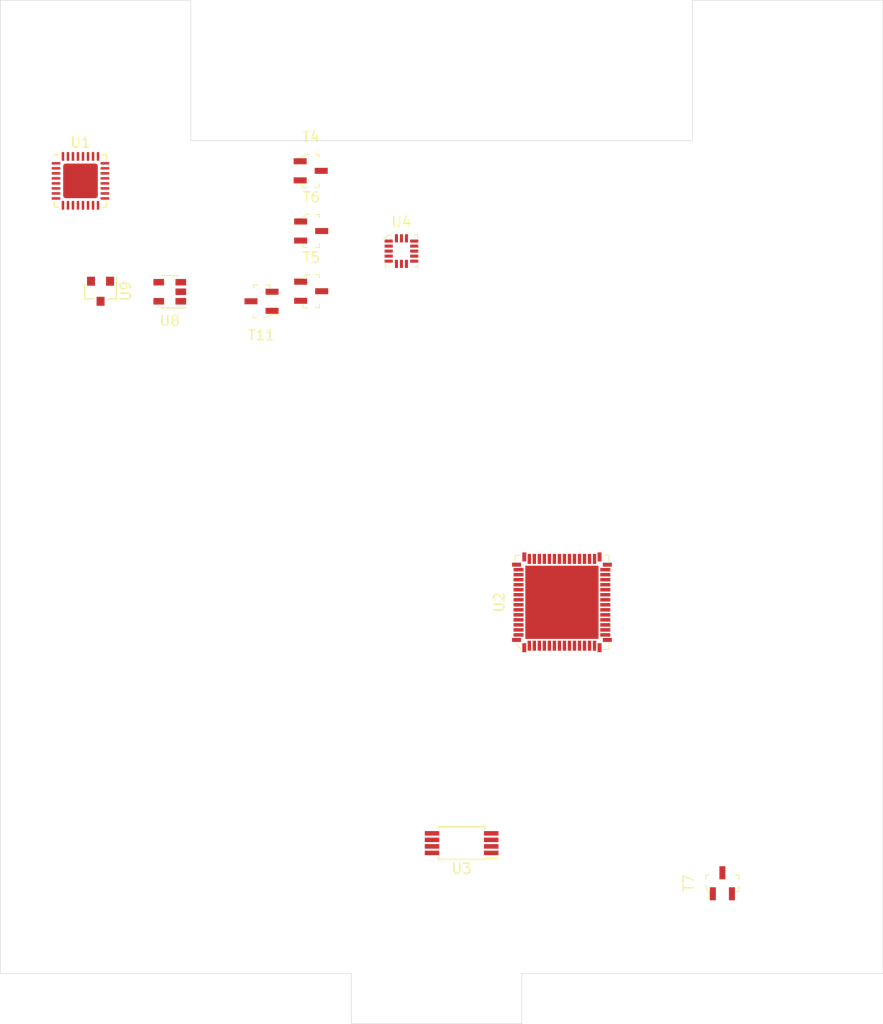
<source format=kicad_pcb>
(kicad_pcb (version 20171130) (host pcbnew 5.1.5)

  (general
    (thickness 1.6)
    (drawings 12)
    (tracks 0)
    (zones 0)
    (modules 11)
    (nets 133)
  )

  (page A4)
  (layers
    (0 F.Cu signal)
    (31 B.Cu signal)
    (32 B.Adhes user)
    (33 F.Adhes user)
    (34 B.Paste user)
    (35 F.Paste user)
    (36 B.SilkS user)
    (37 F.SilkS user)
    (38 B.Mask user)
    (39 F.Mask user)
    (40 Dwgs.User user)
    (41 Cmts.User user)
    (42 Eco1.User user)
    (43 Eco2.User user)
    (44 Edge.Cuts user)
    (45 Margin user)
    (46 B.CrtYd user)
    (47 F.CrtYd user)
    (48 B.Fab user)
    (49 F.Fab user)
  )

  (setup
    (last_trace_width 0.25)
    (trace_clearance 0.2)
    (zone_clearance 0.508)
    (zone_45_only no)
    (trace_min 0.2)
    (via_size 0.8)
    (via_drill 0.4)
    (via_min_size 0.4)
    (via_min_drill 0.3)
    (uvia_size 0.3)
    (uvia_drill 0.1)
    (uvias_allowed no)
    (uvia_min_size 0.2)
    (uvia_min_drill 0.1)
    (edge_width 0.05)
    (segment_width 0.2)
    (pcb_text_width 0.3)
    (pcb_text_size 1.5 1.5)
    (mod_edge_width 0.12)
    (mod_text_size 1 1)
    (mod_text_width 0.15)
    (pad_size 1.524 1.524)
    (pad_drill 0.762)
    (pad_to_mask_clearance 0.051)
    (solder_mask_min_width 0.25)
    (aux_axis_origin 0 0)
    (visible_elements FFFFFF7F)
    (pcbplotparams
      (layerselection 0x010fc_ffffffff)
      (usegerberextensions false)
      (usegerberattributes false)
      (usegerberadvancedattributes false)
      (creategerberjobfile false)
      (excludeedgelayer true)
      (linewidth 0.100000)
      (plotframeref false)
      (viasonmask false)
      (mode 1)
      (useauxorigin false)
      (hpglpennumber 1)
      (hpglpenspeed 20)
      (hpglpendiameter 15.000000)
      (psnegative false)
      (psa4output false)
      (plotreference true)
      (plotvalue true)
      (plotinvisibletext false)
      (padsonsilk false)
      (subtractmaskfromsilk false)
      (outputformat 1)
      (mirror false)
      (drillshape 1)
      (scaleselection 1)
      (outputdirectory ""))
  )

  (net 0 "")
  (net 1 "Net-(U3-Pad8)")
  (net 2 /TBC2)
  (net 3 "Net-(U3-Pad6)")
  (net 4 "Net-(U3-Pad5)")
  (net 5 "Net-(U3-Pad4)")
  (net 6 "Net-(TP9-Pad1)")
  (net 7 "Net-(U3-Pad1)")
  (net 8 VDD)
  (net 9 "Net-(U8-Pad4)")
  (net 10 /TBC3)
  (net 11 "Net-(U8-Pad2)")
  (net 12 "Net-(U8-Pad1)")
  (net 13 "Net-(U9-Pad3)")
  (net 14 "Net-(U9-Pad2)")
  (net 15 "Net-(U9-Pad1)")
  (net 16 "Net-(U4-Pad16)")
  (net 17 "Net-(U4-Pad15)")
  (net 18 "Net-(U4-Pad13)")
  (net 19 "Net-(U4-Pad12)")
  (net 20 "Net-(U4-Pad11)")
  (net 21 "Net-(U4-Pad10)")
  (net 22 "Net-(U4-Pad8)")
  (net 23 "Net-(U4-Pad7)")
  (net 24 "Net-(U4-Pad5)")
  (net 25 "Net-(U4-Pad4)")
  (net 26 "Net-(U4-Pad3)")
  (net 27 "Net-(U4-Pad2)")
  (net 28 "Net-(U4-Pad6)")
  (net 29 "Net-(U4-Pad9)")
  (net 30 "Net-(U4-Pad14)")
  (net 31 "Net-(U1-Pad32)")
  (net 32 "Net-(R4-Pad1)")
  (net 33 "Net-(U1-Pad30)")
  (net 34 "Net-(U1-Pad29)")
  (net 35 "Net-(U1-Pad28)")
  (net 36 "Net-(U1-Pad27)")
  (net 37 "Net-(U1-Pad26)")
  (net 38 "Net-(U1-Pad25)")
  (net 39 "Net-(U1-Pad24)")
  (net 40 "Net-(U1-Pad23)")
  (net 41 "Net-(U1-Pad22)")
  (net 42 "Net-(U1-Pad21)")
  (net 43 "Net-(U1-Pad20)")
  (net 44 "Net-(U1-Pad19)")
  (net 45 "Net-(U1-Pad18)")
  (net 46 "Net-(U1-Pad17)")
  (net 47 "Net-(U1-Pad16)")
  (net 48 "Net-(U1-Pad15)")
  (net 49 "Net-(U1-Pad14)")
  (net 50 "Net-(U1-Pad13)")
  (net 51 "Net-(U1-Pad12)")
  (net 52 "Net-(U1-Pad11)")
  (net 53 "Net-(U1-Pad10)")
  (net 54 "Net-(U1-Pad9)")
  (net 55 "Net-(U1-Pad8)")
  (net 56 "Net-(U1-Pad7)")
  (net 57 "Net-(U1-Pad6)")
  (net 58 "Net-(U1-Pad5)")
  (net 59 "Net-(U1-Pad4)")
  (net 60 "Net-(U1-Pad3)")
  (net 61 GND)
  (net 62 "Net-(U2-Pad65)")
  (net 63 "Net-(U2-Pad64)")
  (net 64 "Net-(U2-Pad63)")
  (net 65 "Net-(U2-Pad62)")
  (net 66 "Net-(U2-Pad60)")
  (net 67 "Net-(U2-Pad59)")
  (net 68 "Net-(U2-Pad58)")
  (net 69 /RX)
  (net 70 "Net-(U2-Pad56)")
  (net 71 /TX)
  (net 72 "Net-(U2-Pad53)")
  (net 73 "Net-(U2-Pad54)")
  (net 74 "Net-(U2-Pad52)")
  (net 75 "Net-(U2-Pad51)")
  (net 76 "Net-(U2-Pad50)")
  (net 77 "Net-(U2-Pad49)")
  (net 78 "Net-(U2-Pad48)")
  (net 79 "Net-(U2-Pad47)")
  (net 80 "Net-(U2-Pad46)")
  (net 81 /TBC1)
  (net 82 "Net-(U2-Pad44)")
  (net 83 "Net-(U2-Pad43)")
  (net 84 "Net-(U2-Pad42)")
  (net 85 "Net-(U2-Pad41)")
  (net 86 "Net-(U2-Pad40)")
  (net 87 "Net-(U2-Pad39)")
  (net 88 "Net-(U2-Pad38)")
  (net 89 "Net-(U2-Pad37)")
  (net 90 "Net-(U2-Pad36)")
  (net 91 "Net-(U2-Pad33)")
  (net 92 "Net-(R12-Pad2)")
  (net 93 "Net-(R11-Pad2)")
  (net 94 /~RST)
  (net 95 "Net-(U2-Pad31)")
  (net 96 "Net-(U2-Pad30)")
  (net 97 "Net-(U2-Pad29)")
  (net 98 "Net-(U2-Pad28)")
  (net 99 "Net-(U2-Pad27)")
  (net 100 "Net-(U2-Pad26)")
  (net 101 "Net-(U2-Pad25)")
  (net 102 /BLUE_LED_EN)
  (net 103 "Net-(U2-Pad18)")
  (net 104 /TCK_RED_LED_EN)
  (net 105 /TMS)
  (net 106 "Net-(P?1-Pad9)")
  (net 107 "Net-(U2-Pad22)")
  (net 108 "Net-(U2-Pad23)")
  (net 109 "Net-(U2-Pad24)")
  (net 110 "Net-(U2-Pad16)")
  (net 111 "Net-(U2-Pad15)")
  (net 112 "Net-(U2-Pad14)")
  (net 113 "Net-(U2-Pad13)")
  (net 114 "Net-(U2-Pad12)")
  (net 115 "Net-(U2-Pad11)")
  (net 116 "Net-(U2-Pad10)")
  (net 117 "Net-(U2-Pad9)")
  (net 118 "Net-(U2-Pad1)")
  (net 119 "Net-(U2-Pad2)")
  (net 120 "Net-(U2-Pad3)")
  (net 121 "Net-(U2-Pad4)")
  (net 122 "Net-(U2-Pad5)")
  (net 123 "Net-(U2-Pad6)")
  (net 124 "Net-(U2-Pad7)")
  (net 125 "Net-(U2-Pad8)")
  (net 126 "Net-(R350-Pad1)")
  (net 127 "Net-(R351-Pad1)")
  (net 128 "Net-(R61-Pad2)")
  (net 129 /GREEN_LED_EN)
  (net 130 "Net-(R62-Pad2)")
  (net 131 "Net-(R353-Pad1)")
  (net 132 "Net-(R65-Pad2)")

  (net_class Default "This is the default net class."
    (clearance 0.2)
    (trace_width 0.25)
    (via_dia 0.8)
    (via_drill 0.4)
    (uvia_dia 0.3)
    (uvia_drill 0.1)
    (add_net /BLUE_LED_EN)
    (add_net /GREEN_LED_EN)
    (add_net /RX)
    (add_net /TBC1)
    (add_net /TBC2)
    (add_net /TBC3)
    (add_net /TCK_RED_LED_EN)
    (add_net /TMS)
    (add_net /TX)
    (add_net /~RST)
    (add_net GND)
    (add_net "Net-(P?1-Pad9)")
    (add_net "Net-(R11-Pad2)")
    (add_net "Net-(R12-Pad2)")
    (add_net "Net-(R350-Pad1)")
    (add_net "Net-(R351-Pad1)")
    (add_net "Net-(R353-Pad1)")
    (add_net "Net-(R4-Pad1)")
    (add_net "Net-(R61-Pad2)")
    (add_net "Net-(R62-Pad2)")
    (add_net "Net-(R65-Pad2)")
    (add_net "Net-(TP9-Pad1)")
    (add_net "Net-(U1-Pad10)")
    (add_net "Net-(U1-Pad11)")
    (add_net "Net-(U1-Pad12)")
    (add_net "Net-(U1-Pad13)")
    (add_net "Net-(U1-Pad14)")
    (add_net "Net-(U1-Pad15)")
    (add_net "Net-(U1-Pad16)")
    (add_net "Net-(U1-Pad17)")
    (add_net "Net-(U1-Pad18)")
    (add_net "Net-(U1-Pad19)")
    (add_net "Net-(U1-Pad20)")
    (add_net "Net-(U1-Pad21)")
    (add_net "Net-(U1-Pad22)")
    (add_net "Net-(U1-Pad23)")
    (add_net "Net-(U1-Pad24)")
    (add_net "Net-(U1-Pad25)")
    (add_net "Net-(U1-Pad26)")
    (add_net "Net-(U1-Pad27)")
    (add_net "Net-(U1-Pad28)")
    (add_net "Net-(U1-Pad29)")
    (add_net "Net-(U1-Pad3)")
    (add_net "Net-(U1-Pad30)")
    (add_net "Net-(U1-Pad32)")
    (add_net "Net-(U1-Pad4)")
    (add_net "Net-(U1-Pad5)")
    (add_net "Net-(U1-Pad6)")
    (add_net "Net-(U1-Pad7)")
    (add_net "Net-(U1-Pad8)")
    (add_net "Net-(U1-Pad9)")
    (add_net "Net-(U2-Pad1)")
    (add_net "Net-(U2-Pad10)")
    (add_net "Net-(U2-Pad11)")
    (add_net "Net-(U2-Pad12)")
    (add_net "Net-(U2-Pad13)")
    (add_net "Net-(U2-Pad14)")
    (add_net "Net-(U2-Pad15)")
    (add_net "Net-(U2-Pad16)")
    (add_net "Net-(U2-Pad18)")
    (add_net "Net-(U2-Pad2)")
    (add_net "Net-(U2-Pad22)")
    (add_net "Net-(U2-Pad23)")
    (add_net "Net-(U2-Pad24)")
    (add_net "Net-(U2-Pad25)")
    (add_net "Net-(U2-Pad26)")
    (add_net "Net-(U2-Pad27)")
    (add_net "Net-(U2-Pad28)")
    (add_net "Net-(U2-Pad29)")
    (add_net "Net-(U2-Pad3)")
    (add_net "Net-(U2-Pad30)")
    (add_net "Net-(U2-Pad31)")
    (add_net "Net-(U2-Pad33)")
    (add_net "Net-(U2-Pad36)")
    (add_net "Net-(U2-Pad37)")
    (add_net "Net-(U2-Pad38)")
    (add_net "Net-(U2-Pad39)")
    (add_net "Net-(U2-Pad4)")
    (add_net "Net-(U2-Pad40)")
    (add_net "Net-(U2-Pad41)")
    (add_net "Net-(U2-Pad42)")
    (add_net "Net-(U2-Pad43)")
    (add_net "Net-(U2-Pad44)")
    (add_net "Net-(U2-Pad46)")
    (add_net "Net-(U2-Pad47)")
    (add_net "Net-(U2-Pad48)")
    (add_net "Net-(U2-Pad49)")
    (add_net "Net-(U2-Pad5)")
    (add_net "Net-(U2-Pad50)")
    (add_net "Net-(U2-Pad51)")
    (add_net "Net-(U2-Pad52)")
    (add_net "Net-(U2-Pad53)")
    (add_net "Net-(U2-Pad54)")
    (add_net "Net-(U2-Pad56)")
    (add_net "Net-(U2-Pad58)")
    (add_net "Net-(U2-Pad59)")
    (add_net "Net-(U2-Pad6)")
    (add_net "Net-(U2-Pad60)")
    (add_net "Net-(U2-Pad62)")
    (add_net "Net-(U2-Pad63)")
    (add_net "Net-(U2-Pad64)")
    (add_net "Net-(U2-Pad65)")
    (add_net "Net-(U2-Pad7)")
    (add_net "Net-(U2-Pad8)")
    (add_net "Net-(U2-Pad9)")
    (add_net "Net-(U3-Pad1)")
    (add_net "Net-(U3-Pad4)")
    (add_net "Net-(U3-Pad5)")
    (add_net "Net-(U3-Pad6)")
    (add_net "Net-(U3-Pad8)")
    (add_net "Net-(U4-Pad10)")
    (add_net "Net-(U4-Pad11)")
    (add_net "Net-(U4-Pad12)")
    (add_net "Net-(U4-Pad13)")
    (add_net "Net-(U4-Pad14)")
    (add_net "Net-(U4-Pad15)")
    (add_net "Net-(U4-Pad16)")
    (add_net "Net-(U4-Pad2)")
    (add_net "Net-(U4-Pad3)")
    (add_net "Net-(U4-Pad4)")
    (add_net "Net-(U4-Pad5)")
    (add_net "Net-(U4-Pad6)")
    (add_net "Net-(U4-Pad7)")
    (add_net "Net-(U4-Pad8)")
    (add_net "Net-(U4-Pad9)")
    (add_net "Net-(U8-Pad1)")
    (add_net "Net-(U8-Pad2)")
    (add_net "Net-(U8-Pad4)")
    (add_net "Net-(U9-Pad1)")
    (add_net "Net-(U9-Pad2)")
    (add_net "Net-(U9-Pad3)")
    (add_net VDD)
  )

  (module digikey-footprints:SOT-23-3 (layer F.Cu) (tedit 5D28A5E3) (tstamp 5E3D493C)
    (at 126.05 73 180)
    (path /5E4969FD)
    (attr smd)
    (fp_text reference T11 (at 0.025 -3.375) (layer F.SilkS)
      (effects (font (size 1 1) (thickness 0.15)))
    )
    (fp_text value FDV301N (at 0.025 3.25) (layer F.Fab)
      (effects (font (size 1 1) (thickness 0.15)))
    )
    (fp_line (start 0.7 1.52) (end 0.7 -1.52) (layer F.Fab) (width 0.1))
    (fp_line (start -0.7 1.52) (end 0.7 1.52) (layer F.Fab) (width 0.1))
    (fp_text user %R (at -0.125 0.15) (layer F.Fab)
      (effects (font (size 0.25 0.25) (thickness 0.05)))
    )
    (fp_line (start 0.825 -1.65) (end 0.825 -1.35) (layer F.SilkS) (width 0.1))
    (fp_line (start 0.45 -1.65) (end 0.825 -1.65) (layer F.SilkS) (width 0.1))
    (fp_line (start 0.825 1.65) (end 0.375 1.65) (layer F.SilkS) (width 0.1))
    (fp_line (start 0.825 1.35) (end 0.825 1.65) (layer F.SilkS) (width 0.1))
    (fp_line (start 0.825 1.425) (end 0.825 1.3) (layer F.SilkS) (width 0.1))
    (fp_line (start -0.825 1.65) (end -0.825 1.3) (layer F.SilkS) (width 0.1))
    (fp_line (start -0.35 1.65) (end -0.825 1.65) (layer F.SilkS) (width 0.1))
    (fp_line (start -0.425 -1.525) (end -0.7 -1.325) (layer F.Fab) (width 0.1))
    (fp_line (start -0.425 -1.525) (end 0.7 -1.525) (layer F.Fab) (width 0.1))
    (fp_line (start -0.7 -1.325) (end -0.7 1.525) (layer F.Fab) (width 0.1))
    (fp_line (start -0.825 -1.325) (end -1.6 -1.325) (layer F.SilkS) (width 0.1))
    (fp_line (start -0.825 -1.375) (end -0.825 -1.325) (layer F.SilkS) (width 0.1))
    (fp_line (start -0.45 -1.65) (end -0.825 -1.375) (layer F.SilkS) (width 0.1))
    (fp_line (start -0.175 -1.65) (end -0.45 -1.65) (layer F.SilkS) (width 0.1))
    (fp_line (start 1.825 -1.95) (end 1.825 1.95) (layer F.CrtYd) (width 0.05))
    (fp_line (start 1.825 1.95) (end -1.825 1.95) (layer F.CrtYd) (width 0.05))
    (fp_line (start -1.825 -1.95) (end -1.825 1.95) (layer F.CrtYd) (width 0.05))
    (fp_line (start -1.825 -1.95) (end 1.825 -1.95) (layer F.CrtYd) (width 0.05))
    (pad 1 smd rect (at -1.05 -0.95 180) (size 1.3 0.6) (layers F.Cu F.Paste F.Mask)
      (net 8 VDD) (solder_mask_margin 0.07))
    (pad 2 smd rect (at -1.05 0.95 180) (size 1.3 0.6) (layers F.Cu F.Paste F.Mask)
      (net 61 GND) (solder_mask_margin 0.07))
    (pad 3 smd rect (at 1.05 0 180) (size 1.3 0.6) (layers F.Cu F.Paste F.Mask)
      (net 126 "Net-(R350-Pad1)") (solder_mask_margin 0.07))
    (model ${KISYS3DMOD}/Package_TO_SOT_SMD.3dshapes/SOT-23.wrl
      (at (xyz 0 0 0))
      (scale (xyz 1 1 1))
      (rotate (xyz 0 0 0))
    )
  )

  (module digikey-footprints:SOT-23-3 (layer F.Cu) (tedit 5D28A5E3) (tstamp 5E3D5080)
    (at 172 131 90)
    (path /5E4A7426)
    (attr smd)
    (fp_text reference T7 (at 0.025 -3.375 90) (layer F.SilkS)
      (effects (font (size 1 1) (thickness 0.15)))
    )
    (fp_text value FDV301N (at 0.025 3.25 90) (layer F.Fab)
      (effects (font (size 1 1) (thickness 0.15)))
    )
    (fp_line (start 0.7 1.52) (end 0.7 -1.52) (layer F.Fab) (width 0.1))
    (fp_line (start -0.7 1.52) (end 0.7 1.52) (layer F.Fab) (width 0.1))
    (fp_text user %R (at -0.125 0.15 90) (layer F.Fab)
      (effects (font (size 0.25 0.25) (thickness 0.05)))
    )
    (fp_line (start 0.825 -1.65) (end 0.825 -1.35) (layer F.SilkS) (width 0.1))
    (fp_line (start 0.45 -1.65) (end 0.825 -1.65) (layer F.SilkS) (width 0.1))
    (fp_line (start 0.825 1.65) (end 0.375 1.65) (layer F.SilkS) (width 0.1))
    (fp_line (start 0.825 1.35) (end 0.825 1.65) (layer F.SilkS) (width 0.1))
    (fp_line (start 0.825 1.425) (end 0.825 1.3) (layer F.SilkS) (width 0.1))
    (fp_line (start -0.825 1.65) (end -0.825 1.3) (layer F.SilkS) (width 0.1))
    (fp_line (start -0.35 1.65) (end -0.825 1.65) (layer F.SilkS) (width 0.1))
    (fp_line (start -0.425 -1.525) (end -0.7 -1.325) (layer F.Fab) (width 0.1))
    (fp_line (start -0.425 -1.525) (end 0.7 -1.525) (layer F.Fab) (width 0.1))
    (fp_line (start -0.7 -1.325) (end -0.7 1.525) (layer F.Fab) (width 0.1))
    (fp_line (start -0.825 -1.325) (end -1.6 -1.325) (layer F.SilkS) (width 0.1))
    (fp_line (start -0.825 -1.375) (end -0.825 -1.325) (layer F.SilkS) (width 0.1))
    (fp_line (start -0.45 -1.65) (end -0.825 -1.375) (layer F.SilkS) (width 0.1))
    (fp_line (start -0.175 -1.65) (end -0.45 -1.65) (layer F.SilkS) (width 0.1))
    (fp_line (start 1.825 -1.95) (end 1.825 1.95) (layer F.CrtYd) (width 0.05))
    (fp_line (start 1.825 1.95) (end -1.825 1.95) (layer F.CrtYd) (width 0.05))
    (fp_line (start -1.825 -1.95) (end -1.825 1.95) (layer F.CrtYd) (width 0.05))
    (fp_line (start -1.825 -1.95) (end 1.825 -1.95) (layer F.CrtYd) (width 0.05))
    (pad 1 smd rect (at -1.05 -0.95 90) (size 1.3 0.6) (layers F.Cu F.Paste F.Mask)
      (net 106 "Net-(P?1-Pad9)") (solder_mask_margin 0.07))
    (pad 2 smd rect (at -1.05 0.95 90) (size 1.3 0.6) (layers F.Cu F.Paste F.Mask)
      (net 61 GND) (solder_mask_margin 0.07))
    (pad 3 smd rect (at 1.05 0 90) (size 1.3 0.6) (layers F.Cu F.Paste F.Mask)
      (net 92 "Net-(R12-Pad2)") (solder_mask_margin 0.07))
    (model ${KISYS3DMOD}/Package_TO_SOT_SMD.3dshapes/SOT-23.wrl
      (at (xyz 0 0 0))
      (scale (xyz 1 1 1))
      (rotate (xyz 0 0 0))
    )
  )

  (module digikey-footprints:SOT-23-3 (layer F.Cu) (tedit 5D28A5E3) (tstamp 5E3D5064)
    (at 131 66)
    (path /5E4A6274)
    (attr smd)
    (fp_text reference T6 (at 0.025 -3.375) (layer F.SilkS)
      (effects (font (size 1 1) (thickness 0.15)))
    )
    (fp_text value FDV301N (at 0.025 3.25) (layer F.Fab)
      (effects (font (size 1 1) (thickness 0.15)))
    )
    (fp_line (start 0.7 1.52) (end 0.7 -1.52) (layer F.Fab) (width 0.1))
    (fp_line (start -0.7 1.52) (end 0.7 1.52) (layer F.Fab) (width 0.1))
    (fp_text user %R (at -0.125 0.15) (layer F.Fab)
      (effects (font (size 0.25 0.25) (thickness 0.05)))
    )
    (fp_line (start 0.825 -1.65) (end 0.825 -1.35) (layer F.SilkS) (width 0.1))
    (fp_line (start 0.45 -1.65) (end 0.825 -1.65) (layer F.SilkS) (width 0.1))
    (fp_line (start 0.825 1.65) (end 0.375 1.65) (layer F.SilkS) (width 0.1))
    (fp_line (start 0.825 1.35) (end 0.825 1.65) (layer F.SilkS) (width 0.1))
    (fp_line (start 0.825 1.425) (end 0.825 1.3) (layer F.SilkS) (width 0.1))
    (fp_line (start -0.825 1.65) (end -0.825 1.3) (layer F.SilkS) (width 0.1))
    (fp_line (start -0.35 1.65) (end -0.825 1.65) (layer F.SilkS) (width 0.1))
    (fp_line (start -0.425 -1.525) (end -0.7 -1.325) (layer F.Fab) (width 0.1))
    (fp_line (start -0.425 -1.525) (end 0.7 -1.525) (layer F.Fab) (width 0.1))
    (fp_line (start -0.7 -1.325) (end -0.7 1.525) (layer F.Fab) (width 0.1))
    (fp_line (start -0.825 -1.325) (end -1.6 -1.325) (layer F.SilkS) (width 0.1))
    (fp_line (start -0.825 -1.375) (end -0.825 -1.325) (layer F.SilkS) (width 0.1))
    (fp_line (start -0.45 -1.65) (end -0.825 -1.375) (layer F.SilkS) (width 0.1))
    (fp_line (start -0.175 -1.65) (end -0.45 -1.65) (layer F.SilkS) (width 0.1))
    (fp_line (start 1.825 -1.95) (end 1.825 1.95) (layer F.CrtYd) (width 0.05))
    (fp_line (start 1.825 1.95) (end -1.825 1.95) (layer F.CrtYd) (width 0.05))
    (fp_line (start -1.825 -1.95) (end -1.825 1.95) (layer F.CrtYd) (width 0.05))
    (fp_line (start -1.825 -1.95) (end 1.825 -1.95) (layer F.CrtYd) (width 0.05))
    (pad 1 smd rect (at -1.05 -0.95) (size 1.3 0.6) (layers F.Cu F.Paste F.Mask)
      (net 131 "Net-(R353-Pad1)") (solder_mask_margin 0.07))
    (pad 2 smd rect (at -1.05 0.95) (size 1.3 0.6) (layers F.Cu F.Paste F.Mask)
      (net 126 "Net-(R350-Pad1)") (solder_mask_margin 0.07))
    (pad 3 smd rect (at 1.05 0) (size 1.3 0.6) (layers F.Cu F.Paste F.Mask)
      (net 132 "Net-(R65-Pad2)") (solder_mask_margin 0.07))
    (model ${KISYS3DMOD}/Package_TO_SOT_SMD.3dshapes/SOT-23.wrl
      (at (xyz 0 0 0))
      (scale (xyz 1 1 1))
      (rotate (xyz 0 0 0))
    )
  )

  (module digikey-footprints:SOT-23-3 (layer F.Cu) (tedit 5D28A5E3) (tstamp 5E3D5048)
    (at 131 72)
    (path /5E4A5819)
    (attr smd)
    (fp_text reference T5 (at 0.025 -3.375) (layer F.SilkS)
      (effects (font (size 1 1) (thickness 0.15)))
    )
    (fp_text value FDV301N (at 0.025 3.25) (layer F.Fab)
      (effects (font (size 1 1) (thickness 0.15)))
    )
    (fp_line (start 0.7 1.52) (end 0.7 -1.52) (layer F.Fab) (width 0.1))
    (fp_line (start -0.7 1.52) (end 0.7 1.52) (layer F.Fab) (width 0.1))
    (fp_text user %R (at -0.125 0.15) (layer F.Fab)
      (effects (font (size 0.25 0.25) (thickness 0.05)))
    )
    (fp_line (start 0.825 -1.65) (end 0.825 -1.35) (layer F.SilkS) (width 0.1))
    (fp_line (start 0.45 -1.65) (end 0.825 -1.65) (layer F.SilkS) (width 0.1))
    (fp_line (start 0.825 1.65) (end 0.375 1.65) (layer F.SilkS) (width 0.1))
    (fp_line (start 0.825 1.35) (end 0.825 1.65) (layer F.SilkS) (width 0.1))
    (fp_line (start 0.825 1.425) (end 0.825 1.3) (layer F.SilkS) (width 0.1))
    (fp_line (start -0.825 1.65) (end -0.825 1.3) (layer F.SilkS) (width 0.1))
    (fp_line (start -0.35 1.65) (end -0.825 1.65) (layer F.SilkS) (width 0.1))
    (fp_line (start -0.425 -1.525) (end -0.7 -1.325) (layer F.Fab) (width 0.1))
    (fp_line (start -0.425 -1.525) (end 0.7 -1.525) (layer F.Fab) (width 0.1))
    (fp_line (start -0.7 -1.325) (end -0.7 1.525) (layer F.Fab) (width 0.1))
    (fp_line (start -0.825 -1.325) (end -1.6 -1.325) (layer F.SilkS) (width 0.1))
    (fp_line (start -0.825 -1.375) (end -0.825 -1.325) (layer F.SilkS) (width 0.1))
    (fp_line (start -0.45 -1.65) (end -0.825 -1.375) (layer F.SilkS) (width 0.1))
    (fp_line (start -0.175 -1.65) (end -0.45 -1.65) (layer F.SilkS) (width 0.1))
    (fp_line (start 1.825 -1.95) (end 1.825 1.95) (layer F.CrtYd) (width 0.05))
    (fp_line (start 1.825 1.95) (end -1.825 1.95) (layer F.CrtYd) (width 0.05))
    (fp_line (start -1.825 -1.95) (end -1.825 1.95) (layer F.CrtYd) (width 0.05))
    (fp_line (start -1.825 -1.95) (end 1.825 -1.95) (layer F.CrtYd) (width 0.05))
    (pad 1 smd rect (at -1.05 -0.95) (size 1.3 0.6) (layers F.Cu F.Paste F.Mask)
      (net 129 /GREEN_LED_EN) (solder_mask_margin 0.07))
    (pad 2 smd rect (at -1.05 0.95) (size 1.3 0.6) (layers F.Cu F.Paste F.Mask)
      (net 61 GND) (solder_mask_margin 0.07))
    (pad 3 smd rect (at 1.05 0) (size 1.3 0.6) (layers F.Cu F.Paste F.Mask)
      (net 130 "Net-(R62-Pad2)") (solder_mask_margin 0.07))
    (model ${KISYS3DMOD}/Package_TO_SOT_SMD.3dshapes/SOT-23.wrl
      (at (xyz 0 0 0))
      (scale (xyz 1 1 1))
      (rotate (xyz 0 0 0))
    )
  )

  (module digikey-footprints:SOT-23-3 (layer F.Cu) (tedit 5D28A5E3) (tstamp 5E3D502C)
    (at 130.95 60)
    (path /5E4A69C9)
    (attr smd)
    (fp_text reference T4 (at 0.025 -3.375) (layer F.SilkS)
      (effects (font (size 1 1) (thickness 0.15)))
    )
    (fp_text value FDV301N (at 0.025 3.25) (layer F.Fab)
      (effects (font (size 1 1) (thickness 0.15)))
    )
    (fp_line (start 0.7 1.52) (end 0.7 -1.52) (layer F.Fab) (width 0.1))
    (fp_line (start -0.7 1.52) (end 0.7 1.52) (layer F.Fab) (width 0.1))
    (fp_text user %R (at -0.125 0.15) (layer F.Fab)
      (effects (font (size 0.25 0.25) (thickness 0.05)))
    )
    (fp_line (start 0.825 -1.65) (end 0.825 -1.35) (layer F.SilkS) (width 0.1))
    (fp_line (start 0.45 -1.65) (end 0.825 -1.65) (layer F.SilkS) (width 0.1))
    (fp_line (start 0.825 1.65) (end 0.375 1.65) (layer F.SilkS) (width 0.1))
    (fp_line (start 0.825 1.35) (end 0.825 1.65) (layer F.SilkS) (width 0.1))
    (fp_line (start 0.825 1.425) (end 0.825 1.3) (layer F.SilkS) (width 0.1))
    (fp_line (start -0.825 1.65) (end -0.825 1.3) (layer F.SilkS) (width 0.1))
    (fp_line (start -0.35 1.65) (end -0.825 1.65) (layer F.SilkS) (width 0.1))
    (fp_line (start -0.425 -1.525) (end -0.7 -1.325) (layer F.Fab) (width 0.1))
    (fp_line (start -0.425 -1.525) (end 0.7 -1.525) (layer F.Fab) (width 0.1))
    (fp_line (start -0.7 -1.325) (end -0.7 1.525) (layer F.Fab) (width 0.1))
    (fp_line (start -0.825 -1.325) (end -1.6 -1.325) (layer F.SilkS) (width 0.1))
    (fp_line (start -0.825 -1.375) (end -0.825 -1.325) (layer F.SilkS) (width 0.1))
    (fp_line (start -0.45 -1.65) (end -0.825 -1.375) (layer F.SilkS) (width 0.1))
    (fp_line (start -0.175 -1.65) (end -0.45 -1.65) (layer F.SilkS) (width 0.1))
    (fp_line (start 1.825 -1.95) (end 1.825 1.95) (layer F.CrtYd) (width 0.05))
    (fp_line (start 1.825 1.95) (end -1.825 1.95) (layer F.CrtYd) (width 0.05))
    (fp_line (start -1.825 -1.95) (end -1.825 1.95) (layer F.CrtYd) (width 0.05))
    (fp_line (start -1.825 -1.95) (end 1.825 -1.95) (layer F.CrtYd) (width 0.05))
    (pad 1 smd rect (at -1.05 -0.95) (size 1.3 0.6) (layers F.Cu F.Paste F.Mask)
      (net 127 "Net-(R351-Pad1)") (solder_mask_margin 0.07))
    (pad 2 smd rect (at -1.05 0.95) (size 1.3 0.6) (layers F.Cu F.Paste F.Mask)
      (net 61 GND) (solder_mask_margin 0.07))
    (pad 3 smd rect (at 1.05 0) (size 1.3 0.6) (layers F.Cu F.Paste F.Mask)
      (net 128 "Net-(R61-Pad2)") (solder_mask_margin 0.07))
    (model ${KISYS3DMOD}/Package_TO_SOT_SMD.3dshapes/SOT-23.wrl
      (at (xyz 0 0 0))
      (scale (xyz 1 1 1))
      (rotate (xyz 0 0 0))
    )
  )

  (module digikey-footprints:VFQFN-64-1EP_9x9mm (layer F.Cu) (tedit 5D28AE58) (tstamp 5E3D4182)
    (at 156 103 90)
    (descr http://www.ti.com/lit/ds/symlink/cc3200.pdf)
    (path /5E417251)
    (attr smd)
    (fp_text reference U2 (at 0 -6.25 90) (layer F.SilkS)
      (effects (font (size 1 1) (thickness 0.15)))
    )
    (fp_text value CC3200R1M2RGCR (at 0 6.75 90) (layer F.Fab)
      (effects (font (size 1 1) (thickness 0.15)))
    )
    (fp_line (start -4.575 4.575) (end 4.575 4.575) (layer F.Fab) (width 0.1))
    (fp_line (start 4.575 -4.575) (end 4.575 4.575) (layer F.Fab) (width 0.1))
    (fp_line (start -4.575 -4) (end -4.025 -4.575) (layer F.Fab) (width 0.1))
    (fp_line (start 4.575 -4.575) (end -4.025 -4.575) (layer F.Fab) (width 0.1))
    (fp_line (start -4.575 4.575) (end -4.575 -4) (layer F.Fab) (width 0.1))
    (fp_text user %R (at 0 0 90) (layer F.Fab)
      (effects (font (size 1 1) (thickness 0.15)))
    )
    (fp_line (start -4.675 -4) (end -4.925 -4) (layer F.SilkS) (width 0.1))
    (fp_line (start -4.675 -4.05) (end -4.675 -4) (layer F.SilkS) (width 0.1))
    (fp_line (start -4.1 -4.65) (end -4.675 -4.05) (layer F.SilkS) (width 0.1))
    (fp_line (start 4.675 -4.675) (end 4.675 -4.1) (layer F.SilkS) (width 0.1))
    (fp_line (start 4.025 -4.675) (end 4.675 -4.675) (layer F.SilkS) (width 0.1))
    (fp_line (start 4.7 4.7) (end 4.1 4.7) (layer F.SilkS) (width 0.1))
    (fp_line (start 4.7 4.1) (end 4.7 4.7) (layer F.SilkS) (width 0.1))
    (fp_line (start -4.7 4.7) (end -4.1 4.7) (layer F.SilkS) (width 0.1))
    (fp_line (start -4.7 4.1) (end -4.7 4.7) (layer F.SilkS) (width 0.1))
    (fp_line (start -5.25 5.25) (end 5.25 5.25) (layer F.CrtYd) (width 0.05))
    (fp_line (start -5.25 -5.25) (end -5.25 5.25) (layer F.CrtYd) (width 0.05))
    (fp_line (start -5.25 -5.25) (end 5.25 -5.25) (layer F.CrtYd) (width 0.05))
    (fp_line (start 5.25 -5.25) (end 5.25 5.25) (layer F.CrtYd) (width 0.05))
    (pad 65 smd rect (at 0 0 90) (size 7.3 7.3) (layers F.Cu F.Paste F.Mask)
      (net 62 "Net-(U2-Pad65)"))
    (pad 64 smd rect (at -3.75 -4.525 90) (size 0.4 0.9) (layers F.Cu F.Paste F.Mask)
      (net 63 "Net-(U2-Pad64)"))
    (pad 63 smd rect (at -3.25 -4.325 90) (size 0.35 1) (layers F.Cu F.Paste F.Mask)
      (net 64 "Net-(U2-Pad63)"))
    (pad 62 smd rect (at -2.75 -4.325 90) (size 0.35 1) (layers F.Cu F.Paste F.Mask)
      (net 65 "Net-(U2-Pad62)"))
    (pad 61 smd rect (at -2.25 -4.325 90) (size 0.35 1) (layers F.Cu F.Paste F.Mask)
      (net 10 /TBC3))
    (pad 60 smd rect (at -1.75 -4.325 90) (size 0.35 1) (layers F.Cu F.Paste F.Mask)
      (net 66 "Net-(U2-Pad60)"))
    (pad 59 smd rect (at -1.25 -4.325 90) (size 0.35 1) (layers F.Cu F.Paste F.Mask)
      (net 67 "Net-(U2-Pad59)"))
    (pad 58 smd rect (at -0.75 -4.325 90) (size 0.35 1) (layers F.Cu F.Paste F.Mask)
      (net 68 "Net-(U2-Pad58)"))
    (pad 57 smd rect (at -0.25 -4.325 90) (size 0.35 1) (layers F.Cu F.Paste F.Mask)
      (net 69 /RX))
    (pad 56 smd rect (at 0.25 -4.325 90) (size 0.35 1) (layers F.Cu F.Paste F.Mask)
      (net 70 "Net-(U2-Pad56)"))
    (pad 55 smd rect (at 0.75 -4.325 90) (size 0.35 1) (layers F.Cu F.Paste F.Mask)
      (net 71 /TX))
    (pad 53 smd rect (at 1.75 -4.325 90) (size 0.35 1) (layers F.Cu F.Paste F.Mask)
      (net 72 "Net-(U2-Pad53)"))
    (pad 54 smd rect (at 1.25 -4.325 90) (size 0.35 1) (layers F.Cu F.Paste F.Mask)
      (net 73 "Net-(U2-Pad54)"))
    (pad 52 smd rect (at 2.25 -4.325 90) (size 0.35 1) (layers F.Cu F.Paste F.Mask)
      (net 74 "Net-(U2-Pad52)"))
    (pad 51 smd rect (at 2.75 -4.325 90) (size 0.35 1) (layers F.Cu F.Paste F.Mask)
      (net 75 "Net-(U2-Pad51)"))
    (pad 50 smd rect (at 3.25 -4.325 90) (size 0.35 1) (layers F.Cu F.Paste F.Mask)
      (net 76 "Net-(U2-Pad50)"))
    (pad 49 smd rect (at 3.75 -4.525 90) (size 0.4 0.9) (layers F.Cu F.Paste F.Mask)
      (net 77 "Net-(U2-Pad49)"))
    (pad 48 smd rect (at 4.525 -3.75 90) (size 0.9 0.4) (layers F.Cu F.Paste F.Mask)
      (net 78 "Net-(U2-Pad48)"))
    (pad 47 smd rect (at 4.325 -3.25 90) (size 1 0.35) (layers F.Cu F.Paste F.Mask)
      (net 79 "Net-(U2-Pad47)"))
    (pad 46 smd rect (at 4.325 -2.75 90) (size 1 0.35) (layers F.Cu F.Paste F.Mask)
      (net 80 "Net-(U2-Pad46)"))
    (pad 45 smd rect (at 4.325 -2.25 90) (size 1 0.35) (layers F.Cu F.Paste F.Mask)
      (net 81 /TBC1))
    (pad 44 smd rect (at 4.325 -1.75 90) (size 1 0.35) (layers F.Cu F.Paste F.Mask)
      (net 82 "Net-(U2-Pad44)"))
    (pad 43 smd rect (at 4.325 -1.25 90) (size 1 0.35) (layers F.Cu F.Paste F.Mask)
      (net 83 "Net-(U2-Pad43)"))
    (pad 42 smd rect (at 4.325 -0.75 90) (size 1 0.35) (layers F.Cu F.Paste F.Mask)
      (net 84 "Net-(U2-Pad42)"))
    (pad 41 smd rect (at 4.325 -0.25 90) (size 1 0.35) (layers F.Cu F.Paste F.Mask)
      (net 85 "Net-(U2-Pad41)"))
    (pad 40 smd rect (at 4.325 0.25 90) (size 1 0.35) (layers F.Cu F.Paste F.Mask)
      (net 86 "Net-(U2-Pad40)"))
    (pad 39 smd rect (at 4.325 0.75 90) (size 1 0.35) (layers F.Cu F.Paste F.Mask)
      (net 87 "Net-(U2-Pad39)"))
    (pad 38 smd rect (at 4.325 1.25 90) (size 1 0.35) (layers F.Cu F.Paste F.Mask)
      (net 88 "Net-(U2-Pad38)"))
    (pad 37 smd rect (at 4.325 1.75 90) (size 1 0.35) (layers F.Cu F.Paste F.Mask)
      (net 89 "Net-(U2-Pad37)"))
    (pad 36 smd rect (at 4.325 2.25 90) (size 1 0.35) (layers F.Cu F.Paste F.Mask)
      (net 90 "Net-(U2-Pad36)"))
    (pad 33 smd rect (at 4.525 3.75 90) (size 0.9 0.4) (layers F.Cu F.Paste F.Mask)
      (net 91 "Net-(U2-Pad33)"))
    (pad 35 smd rect (at 4.325 2.75 90) (size 1 0.35) (layers F.Cu F.Paste F.Mask)
      (net 92 "Net-(R12-Pad2)"))
    (pad 34 smd rect (at 4.325 3.25 90) (size 1 0.35) (layers F.Cu F.Paste F.Mask)
      (net 93 "Net-(R11-Pad2)"))
    (pad 32 smd rect (at 3.75 4.525 90) (size 0.4 0.9) (layers F.Cu F.Paste F.Mask)
      (net 94 /~RST))
    (pad 31 smd rect (at 3.25 4.325 90) (size 0.35 1) (layers F.Cu F.Paste F.Mask)
      (net 95 "Net-(U2-Pad31)"))
    (pad 30 smd rect (at 2.75 4.325 90) (size 0.35 1) (layers F.Cu F.Paste F.Mask)
      (net 96 "Net-(U2-Pad30)"))
    (pad 29 smd rect (at 2.25 4.325 90) (size 0.35 1) (layers F.Cu F.Paste F.Mask)
      (net 97 "Net-(U2-Pad29)"))
    (pad 28 smd rect (at 1.75 4.325 90) (size 0.35 1) (layers F.Cu F.Paste F.Mask)
      (net 98 "Net-(U2-Pad28)"))
    (pad 27 smd rect (at 1.25 4.325 90) (size 0.35 1) (layers F.Cu F.Paste F.Mask)
      (net 99 "Net-(U2-Pad27)"))
    (pad 26 smd rect (at 0.75 4.325 90) (size 0.35 1) (layers F.Cu F.Paste F.Mask)
      (net 100 "Net-(U2-Pad26)"))
    (pad 25 smd rect (at 0.25 4.325 90) (size 0.35 1) (layers F.Cu F.Paste F.Mask)
      (net 101 "Net-(U2-Pad25)"))
    (pad 17 smd rect (at -3.75 4.525 90) (size 0.4 0.9) (layers F.Cu F.Paste F.Mask)
      (net 102 /BLUE_LED_EN))
    (pad 18 smd rect (at -3.25 4.325 90) (size 0.35 1) (layers F.Cu F.Paste F.Mask)
      (net 103 "Net-(U2-Pad18)"))
    (pad 19 smd rect (at -2.75 4.325 90) (size 0.35 1) (layers F.Cu F.Paste F.Mask)
      (net 104 /TCK_RED_LED_EN))
    (pad 20 smd rect (at -2.25 4.325 90) (size 0.35 1) (layers F.Cu F.Paste F.Mask)
      (net 105 /TMS))
    (pad 21 smd rect (at -1.75 4.325 90) (size 0.35 1) (layers F.Cu F.Paste F.Mask)
      (net 106 "Net-(P?1-Pad9)"))
    (pad 22 smd rect (at -1.25 4.325 90) (size 0.35 1) (layers F.Cu F.Paste F.Mask)
      (net 107 "Net-(U2-Pad22)"))
    (pad 23 smd rect (at -0.75 4.325 90) (size 0.35 1) (layers F.Cu F.Paste F.Mask)
      (net 108 "Net-(U2-Pad23)"))
    (pad 24 smd rect (at -0.25 4.325 90) (size 0.35 1) (layers F.Cu F.Paste F.Mask)
      (net 109 "Net-(U2-Pad24)"))
    (pad 16 smd rect (at -4.525 3.75 90) (size 0.9 0.4) (layers F.Cu F.Paste F.Mask)
      (net 110 "Net-(U2-Pad16)"))
    (pad 15 smd rect (at -4.325 3.25 90) (size 1 0.35) (layers F.Cu F.Paste F.Mask)
      (net 111 "Net-(U2-Pad15)"))
    (pad 14 smd rect (at -4.325 2.75 90) (size 1 0.35) (layers F.Cu F.Paste F.Mask)
      (net 112 "Net-(U2-Pad14)"))
    (pad 13 smd rect (at -4.325 2.25 90) (size 1 0.35) (layers F.Cu F.Paste F.Mask)
      (net 113 "Net-(U2-Pad13)"))
    (pad 12 smd rect (at -4.325 1.75 90) (size 1 0.35) (layers F.Cu F.Paste F.Mask)
      (net 114 "Net-(U2-Pad12)"))
    (pad 11 smd rect (at -4.325 1.25 90) (size 1 0.35) (layers F.Cu F.Paste F.Mask)
      (net 115 "Net-(U2-Pad11)"))
    (pad 10 smd rect (at -4.325 0.75 90) (size 1 0.35) (layers F.Cu F.Paste F.Mask)
      (net 116 "Net-(U2-Pad10)"))
    (pad 9 smd rect (at -4.325 0.25 90) (size 1 0.35) (layers F.Cu F.Paste F.Mask)
      (net 117 "Net-(U2-Pad9)"))
    (pad 1 smd rect (at -4.525 -3.75 90) (size 0.9 0.4) (layers F.Cu F.Paste F.Mask)
      (net 118 "Net-(U2-Pad1)"))
    (pad 2 smd rect (at -4.325 -3.25 90) (size 1 0.35) (layers F.Cu F.Paste F.Mask)
      (net 119 "Net-(U2-Pad2)"))
    (pad 3 smd rect (at -4.325 -2.75 90) (size 1 0.35) (layers F.Cu F.Paste F.Mask)
      (net 120 "Net-(U2-Pad3)"))
    (pad 4 smd rect (at -4.325 -2.25 90) (size 1 0.35) (layers F.Cu F.Paste F.Mask)
      (net 121 "Net-(U2-Pad4)"))
    (pad 5 smd rect (at -4.325 -1.75 90) (size 1 0.35) (layers F.Cu F.Paste F.Mask)
      (net 122 "Net-(U2-Pad5)"))
    (pad 6 smd rect (at -4.325 -1.25 90) (size 1 0.35) (layers F.Cu F.Paste F.Mask)
      (net 123 "Net-(U2-Pad6)"))
    (pad 7 smd rect (at -4.325 -0.75 90) (size 1 0.35) (layers F.Cu F.Paste F.Mask)
      (net 124 "Net-(U2-Pad7)"))
    (pad 8 smd rect (at -4.325 -0.25 90) (size 1 0.35) (layers F.Cu F.Paste F.Mask)
      (net 125 "Net-(U2-Pad8)"))
    (model ${KISYS3DMOD}/Package_DFN_QFN.3dshapes/Texas_S-PVQFN-N64_EP4.25x4.25mm.step
      (at (xyz 0 0 0))
      (scale (xyz 1 1 1))
      (rotate (xyz 0 0 0))
    )
  )

  (module Package_DFN_QFN:Texas_S-PVQFN-N32_EP3.45x3.45mm (layer F.Cu) (tedit 5C559A41) (tstamp 5E3D3D1F)
    (at 108 61)
    (descr "QFN, 32 Pin (http://www.ti.com/lit/ds/symlink/msp430f1122.pdf#page=46), generated with kicad-footprint-generator ipc_noLead_generator.py")
    (tags "QFN NoLead")
    (path /5E3E43DD)
    (attr smd)
    (fp_text reference U1 (at 0 -3.82) (layer F.SilkS)
      (effects (font (size 1 1) (thickness 0.15)))
    )
    (fp_text value TLV320DAC3100 (at 0 3.82) (layer F.Fab)
      (effects (font (size 1 1) (thickness 0.15)))
    )
    (fp_text user %R (at 0 0) (layer F.Fab)
      (effects (font (size 1 1) (thickness 0.15)))
    )
    (fp_line (start 3.12 -3.12) (end -3.12 -3.12) (layer F.CrtYd) (width 0.05))
    (fp_line (start 3.12 3.12) (end 3.12 -3.12) (layer F.CrtYd) (width 0.05))
    (fp_line (start -3.12 3.12) (end 3.12 3.12) (layer F.CrtYd) (width 0.05))
    (fp_line (start -3.12 -3.12) (end -3.12 3.12) (layer F.CrtYd) (width 0.05))
    (fp_line (start -2.5 -1.5) (end -1.5 -2.5) (layer F.Fab) (width 0.1))
    (fp_line (start -2.5 2.5) (end -2.5 -1.5) (layer F.Fab) (width 0.1))
    (fp_line (start 2.5 2.5) (end -2.5 2.5) (layer F.Fab) (width 0.1))
    (fp_line (start 2.5 -2.5) (end 2.5 2.5) (layer F.Fab) (width 0.1))
    (fp_line (start -1.5 -2.5) (end 2.5 -2.5) (layer F.Fab) (width 0.1))
    (fp_line (start -2.135 -2.61) (end -2.61 -2.61) (layer F.SilkS) (width 0.12))
    (fp_line (start 2.61 2.61) (end 2.61 2.135) (layer F.SilkS) (width 0.12))
    (fp_line (start 2.135 2.61) (end 2.61 2.61) (layer F.SilkS) (width 0.12))
    (fp_line (start -2.61 2.61) (end -2.61 2.135) (layer F.SilkS) (width 0.12))
    (fp_line (start -2.135 2.61) (end -2.61 2.61) (layer F.SilkS) (width 0.12))
    (fp_line (start 2.61 -2.61) (end 2.61 -2.135) (layer F.SilkS) (width 0.12))
    (fp_line (start 2.135 -2.61) (end 2.61 -2.61) (layer F.SilkS) (width 0.12))
    (pad 32 smd roundrect (at -1.75 -2.4375) (size 0.25 0.875) (layers F.Cu F.Paste F.Mask) (roundrect_rratio 0.25)
      (net 31 "Net-(U1-Pad32)"))
    (pad 31 smd roundrect (at -1.25 -2.4375) (size 0.25 0.875) (layers F.Cu F.Paste F.Mask) (roundrect_rratio 0.25)
      (net 32 "Net-(R4-Pad1)"))
    (pad 30 smd roundrect (at -0.75 -2.4375) (size 0.25 0.875) (layers F.Cu F.Paste F.Mask) (roundrect_rratio 0.25)
      (net 33 "Net-(U1-Pad30)"))
    (pad 29 smd roundrect (at -0.25 -2.4375) (size 0.25 0.875) (layers F.Cu F.Paste F.Mask) (roundrect_rratio 0.25)
      (net 34 "Net-(U1-Pad29)"))
    (pad 28 smd roundrect (at 0.25 -2.4375) (size 0.25 0.875) (layers F.Cu F.Paste F.Mask) (roundrect_rratio 0.25)
      (net 35 "Net-(U1-Pad28)"))
    (pad 27 smd roundrect (at 0.75 -2.4375) (size 0.25 0.875) (layers F.Cu F.Paste F.Mask) (roundrect_rratio 0.25)
      (net 36 "Net-(U1-Pad27)"))
    (pad 26 smd roundrect (at 1.25 -2.4375) (size 0.25 0.875) (layers F.Cu F.Paste F.Mask) (roundrect_rratio 0.25)
      (net 37 "Net-(U1-Pad26)"))
    (pad 25 smd roundrect (at 1.75 -2.4375) (size 0.25 0.875) (layers F.Cu F.Paste F.Mask) (roundrect_rratio 0.25)
      (net 38 "Net-(U1-Pad25)"))
    (pad 24 smd roundrect (at 2.4375 -1.75) (size 0.875 0.25) (layers F.Cu F.Paste F.Mask) (roundrect_rratio 0.25)
      (net 39 "Net-(U1-Pad24)"))
    (pad 23 smd roundrect (at 2.4375 -1.25) (size 0.875 0.25) (layers F.Cu F.Paste F.Mask) (roundrect_rratio 0.25)
      (net 40 "Net-(U1-Pad23)"))
    (pad 22 smd roundrect (at 2.4375 -0.75) (size 0.875 0.25) (layers F.Cu F.Paste F.Mask) (roundrect_rratio 0.25)
      (net 41 "Net-(U1-Pad22)"))
    (pad 21 smd roundrect (at 2.4375 -0.25) (size 0.875 0.25) (layers F.Cu F.Paste F.Mask) (roundrect_rratio 0.25)
      (net 42 "Net-(U1-Pad21)"))
    (pad 20 smd roundrect (at 2.4375 0.25) (size 0.875 0.25) (layers F.Cu F.Paste F.Mask) (roundrect_rratio 0.25)
      (net 43 "Net-(U1-Pad20)"))
    (pad 19 smd roundrect (at 2.4375 0.75) (size 0.875 0.25) (layers F.Cu F.Paste F.Mask) (roundrect_rratio 0.25)
      (net 44 "Net-(U1-Pad19)"))
    (pad 18 smd roundrect (at 2.4375 1.25) (size 0.875 0.25) (layers F.Cu F.Paste F.Mask) (roundrect_rratio 0.25)
      (net 45 "Net-(U1-Pad18)"))
    (pad 17 smd roundrect (at 2.4375 1.75) (size 0.875 0.25) (layers F.Cu F.Paste F.Mask) (roundrect_rratio 0.25)
      (net 46 "Net-(U1-Pad17)"))
    (pad 16 smd roundrect (at 1.75 2.4375) (size 0.25 0.875) (layers F.Cu F.Paste F.Mask) (roundrect_rratio 0.25)
      (net 47 "Net-(U1-Pad16)"))
    (pad 15 smd roundrect (at 1.25 2.4375) (size 0.25 0.875) (layers F.Cu F.Paste F.Mask) (roundrect_rratio 0.25)
      (net 48 "Net-(U1-Pad15)"))
    (pad 14 smd roundrect (at 0.75 2.4375) (size 0.25 0.875) (layers F.Cu F.Paste F.Mask) (roundrect_rratio 0.25)
      (net 49 "Net-(U1-Pad14)"))
    (pad 13 smd roundrect (at 0.25 2.4375) (size 0.25 0.875) (layers F.Cu F.Paste F.Mask) (roundrect_rratio 0.25)
      (net 50 "Net-(U1-Pad13)"))
    (pad 12 smd roundrect (at -0.25 2.4375) (size 0.25 0.875) (layers F.Cu F.Paste F.Mask) (roundrect_rratio 0.25)
      (net 51 "Net-(U1-Pad12)"))
    (pad 11 smd roundrect (at -0.75 2.4375) (size 0.25 0.875) (layers F.Cu F.Paste F.Mask) (roundrect_rratio 0.25)
      (net 52 "Net-(U1-Pad11)"))
    (pad 10 smd roundrect (at -1.25 2.4375) (size 0.25 0.875) (layers F.Cu F.Paste F.Mask) (roundrect_rratio 0.25)
      (net 53 "Net-(U1-Pad10)"))
    (pad 9 smd roundrect (at -1.75 2.4375) (size 0.25 0.875) (layers F.Cu F.Paste F.Mask) (roundrect_rratio 0.25)
      (net 54 "Net-(U1-Pad9)"))
    (pad 8 smd roundrect (at -2.4375 1.75) (size 0.875 0.25) (layers F.Cu F.Paste F.Mask) (roundrect_rratio 0.25)
      (net 55 "Net-(U1-Pad8)"))
    (pad 7 smd roundrect (at -2.4375 1.25) (size 0.875 0.25) (layers F.Cu F.Paste F.Mask) (roundrect_rratio 0.25)
      (net 56 "Net-(U1-Pad7)"))
    (pad 6 smd roundrect (at -2.4375 0.75) (size 0.875 0.25) (layers F.Cu F.Paste F.Mask) (roundrect_rratio 0.25)
      (net 57 "Net-(U1-Pad6)"))
    (pad 5 smd roundrect (at -2.4375 0.25) (size 0.875 0.25) (layers F.Cu F.Paste F.Mask) (roundrect_rratio 0.25)
      (net 58 "Net-(U1-Pad5)"))
    (pad 4 smd roundrect (at -2.4375 -0.25) (size 0.875 0.25) (layers F.Cu F.Paste F.Mask) (roundrect_rratio 0.25)
      (net 59 "Net-(U1-Pad4)"))
    (pad 3 smd roundrect (at -2.4375 -0.75) (size 0.875 0.25) (layers F.Cu F.Paste F.Mask) (roundrect_rratio 0.25)
      (net 60 "Net-(U1-Pad3)"))
    (pad 2 smd roundrect (at -2.4375 -1.25) (size 0.875 0.25) (layers F.Cu F.Paste F.Mask) (roundrect_rratio 0.25)
      (net 8 VDD))
    (pad 1 smd roundrect (at -2.4375 -1.75) (size 0.875 0.25) (layers F.Cu F.Paste F.Mask) (roundrect_rratio 0.25)
      (net 61 GND))
    (pad "" smd roundrect (at 1.15 1.15) (size 0.93 0.93) (layers F.Paste) (roundrect_rratio 0.25))
    (pad "" smd roundrect (at 1.15 0) (size 0.93 0.93) (layers F.Paste) (roundrect_rratio 0.25))
    (pad "" smd roundrect (at 1.15 -1.15) (size 0.93 0.93) (layers F.Paste) (roundrect_rratio 0.25))
    (pad "" smd roundrect (at 0 1.15) (size 0.93 0.93) (layers F.Paste) (roundrect_rratio 0.25))
    (pad "" smd roundrect (at 0 0) (size 0.93 0.93) (layers F.Paste) (roundrect_rratio 0.25))
    (pad "" smd roundrect (at 0 -1.15) (size 0.93 0.93) (layers F.Paste) (roundrect_rratio 0.25))
    (pad "" smd roundrect (at -1.15 1.15) (size 0.93 0.93) (layers F.Paste) (roundrect_rratio 0.25))
    (pad "" smd roundrect (at -1.15 0) (size 0.93 0.93) (layers F.Paste) (roundrect_rratio 0.25))
    (pad "" smd roundrect (at -1.15 -1.15) (size 0.93 0.93) (layers F.Paste) (roundrect_rratio 0.25))
    (pad 33 smd roundrect (at 0 0) (size 3.45 3.45) (layers F.Cu F.Mask) (roundrect_rratio 0.072464))
    (model ${KISYS3DMOD}/Package_DFN_QFN.3dshapes/Texas_S-PVQFN-N32_EP3.45x3.45mm.wrl
      (at (xyz 0 0 0))
      (scale (xyz 1 1 1))
      (rotate (xyz 0 0 0))
    )
  )

  (module digikey-footprints:VQFN-16_3x3mm (layer F.Cu) (tedit 5D28AE73) (tstamp 5E3D39E5)
    (at 140 68)
    (path /5E3D8F7E)
    (attr smd)
    (fp_text reference U4 (at 0 -2.9) (layer F.SilkS)
      (effects (font (size 1 1) (thickness 0.15)))
    )
    (fp_text value MMA8451QT (at 0 3.1) (layer F.Fab)
      (effects (font (size 1 1) (thickness 0.15)))
    )
    (fp_line (start 1.5 1.5) (end 1.5 -1.5) (layer F.Fab) (width 0.1))
    (fp_line (start 1.5 1.5) (end -1.5 1.5) (layer F.Fab) (width 0.1))
    (fp_line (start 1.6 1.6) (end 1.6 1.3) (layer F.SilkS) (width 0.1))
    (fp_line (start 1.6 1.6) (end 1.3 1.6) (layer F.SilkS) (width 0.1))
    (fp_line (start -1.6 1.6) (end -1.3 1.6) (layer F.SilkS) (width 0.1))
    (fp_line (start -1.6 1.6) (end -1.6 1.3) (layer F.SilkS) (width 0.1))
    (fp_line (start 1.6 -1.6) (end 1.3 -1.6) (layer F.SilkS) (width 0.1))
    (fp_line (start 1.6 -1.6) (end 1.6 -1.3) (layer F.SilkS) (width 0.1))
    (fp_line (start -1.93 -1.93) (end 1.93 -1.93) (layer F.CrtYd) (width 0.05))
    (fp_line (start 1.93 -1.93) (end 1.93 1.93) (layer F.CrtYd) (width 0.05))
    (fp_line (start -1.93 -1.93) (end -1.93 1.93) (layer F.CrtYd) (width 0.05))
    (fp_line (start -1.93 1.93) (end 1.93 1.93) (layer F.CrtYd) (width 0.05))
    (fp_text user %R (at 0 0) (layer F.Fab)
      (effects (font (size 0.5 0.5) (thickness 0.05)))
    )
    (fp_line (start -1.5 -1.2) (end -1.2 -1.5) (layer F.Fab) (width 0.1))
    (fp_line (start -1.2 -1.5) (end 1.5 -1.5) (layer F.Fab) (width 0.1))
    (fp_line (start -1.5 -1.2) (end -1.5 1.5) (layer F.Fab) (width 0.1))
    (fp_line (start -1.3 -1.6) (end -1.6 -1.3) (layer F.SilkS) (width 0.1))
    (fp_line (start -1 -1.6) (end -1.3 -1.6) (layer F.SilkS) (width 0.1))
    (fp_line (start -1.6 -1.3) (end -1.8 -1.3) (layer F.SilkS) (width 0.1))
    (pad 16 smd rect (at -0.5 -1.275) (size 0.305 0.813) (layers F.Cu F.Paste F.Mask)
      (net 16 "Net-(U4-Pad16)"))
    (pad 15 smd rect (at 0 -1.275) (size 0.305 0.813) (layers F.Cu F.Paste F.Mask)
      (net 17 "Net-(U4-Pad15)"))
    (pad 13 smd rect (at 1.275 -1) (size 0.813 0.305) (layers F.Cu F.Paste F.Mask)
      (net 18 "Net-(U4-Pad13)"))
    (pad 12 smd rect (at 1.275 -0.5) (size 0.813 0.305) (layers F.Cu F.Paste F.Mask)
      (net 19 "Net-(U4-Pad12)"))
    (pad 11 smd rect (at 1.275 0) (size 0.813 0.305) (layers F.Cu F.Paste F.Mask)
      (net 20 "Net-(U4-Pad11)"))
    (pad 10 smd rect (at 1.275 0.5) (size 0.813 0.305) (layers F.Cu F.Paste F.Mask)
      (net 21 "Net-(U4-Pad10)"))
    (pad 8 smd rect (at 0.5 1.275) (size 0.305 0.813) (layers F.Cu F.Paste F.Mask)
      (net 22 "Net-(U4-Pad8)"))
    (pad 7 smd rect (at 0 1.275) (size 0.305 0.813) (layers F.Cu F.Paste F.Mask)
      (net 23 "Net-(U4-Pad7)"))
    (pad 5 smd rect (at -1.275 1) (size 0.813 0.305) (layers F.Cu F.Paste F.Mask)
      (net 24 "Net-(U4-Pad5)"))
    (pad 4 smd rect (at -1.275 0.5) (size 0.813 0.305) (layers F.Cu F.Paste F.Mask)
      (net 25 "Net-(U4-Pad4)"))
    (pad 3 smd rect (at -1.275 0) (size 0.813 0.305) (layers F.Cu F.Paste F.Mask)
      (net 26 "Net-(U4-Pad3)"))
    (pad 2 smd rect (at -1.275 -0.5) (size 0.813 0.305) (layers F.Cu F.Paste F.Mask)
      (net 27 "Net-(U4-Pad2)"))
    (pad 1 smd rect (at -1.275 -1) (size 0.813 0.305) (layers F.Cu F.Paste F.Mask)
      (net 8 VDD))
    (pad 6 smd rect (at -0.5 1.275) (size 0.305 0.813) (layers F.Cu F.Paste F.Mask)
      (net 28 "Net-(U4-Pad6)"))
    (pad 9 smd rect (at 1.275 1) (size 0.813 0.305) (layers F.Cu F.Paste F.Mask)
      (net 29 "Net-(U4-Pad9)"))
    (pad 14 smd rect (at 0.5 -1.275) (size 0.305 0.813) (layers F.Cu F.Paste F.Mask)
      (net 30 "Net-(U4-Pad14)"))
    (model ${KISYS3DMOD}/Package_DFN_QFN.3dshapes/QFN-16-1EP_3x3mm_P0.5mm_EP2.7x2.7mm_ThermalVias.step
      (at (xyz 0 0 0))
      (scale (xyz 1 1 1))
      (rotate (xyz 0 0 0))
    )
  )

  (module Package_TO_SOT_SMD:SOT-23 (layer F.Cu) (tedit 5A02FF57) (tstamp 5E3AE4AB)
    (at 110 72 270)
    (descr "SOT-23, Standard")
    (tags SOT-23)
    (path /5E3DEF43)
    (attr smd)
    (fp_text reference U9 (at 0 -2.5 90) (layer F.SilkS)
      (effects (font (size 1 1) (thickness 0.15)))
    )
    (fp_text value AP2120N-1.8 (at 0 2.5 90) (layer F.Fab)
      (effects (font (size 1 1) (thickness 0.15)))
    )
    (fp_line (start 0.76 1.58) (end -0.7 1.58) (layer F.SilkS) (width 0.12))
    (fp_line (start 0.76 -1.58) (end -1.4 -1.58) (layer F.SilkS) (width 0.12))
    (fp_line (start -1.7 1.75) (end -1.7 -1.75) (layer F.CrtYd) (width 0.05))
    (fp_line (start 1.7 1.75) (end -1.7 1.75) (layer F.CrtYd) (width 0.05))
    (fp_line (start 1.7 -1.75) (end 1.7 1.75) (layer F.CrtYd) (width 0.05))
    (fp_line (start -1.7 -1.75) (end 1.7 -1.75) (layer F.CrtYd) (width 0.05))
    (fp_line (start 0.76 -1.58) (end 0.76 -0.65) (layer F.SilkS) (width 0.12))
    (fp_line (start 0.76 1.58) (end 0.76 0.65) (layer F.SilkS) (width 0.12))
    (fp_line (start -0.7 1.52) (end 0.7 1.52) (layer F.Fab) (width 0.1))
    (fp_line (start 0.7 -1.52) (end 0.7 1.52) (layer F.Fab) (width 0.1))
    (fp_line (start -0.7 -0.95) (end -0.15 -1.52) (layer F.Fab) (width 0.1))
    (fp_line (start -0.15 -1.52) (end 0.7 -1.52) (layer F.Fab) (width 0.1))
    (fp_line (start -0.7 -0.95) (end -0.7 1.5) (layer F.Fab) (width 0.1))
    (fp_text user %R (at 0 0) (layer F.Fab)
      (effects (font (size 0.5 0.5) (thickness 0.075)))
    )
    (pad 3 smd rect (at 1 0 270) (size 0.9 0.8) (layers F.Cu F.Paste F.Mask)
      (net 13 "Net-(U9-Pad3)"))
    (pad 2 smd rect (at -1 0.95 270) (size 0.9 0.8) (layers F.Cu F.Paste F.Mask)
      (net 14 "Net-(U9-Pad2)"))
    (pad 1 smd rect (at -1 -0.95 270) (size 0.9 0.8) (layers F.Cu F.Paste F.Mask)
      (net 15 "Net-(U9-Pad1)"))
    (model ${KISYS3DMOD}/Package_TO_SOT_SMD.3dshapes/SOT-23.wrl
      (at (xyz 0 0 0))
      (scale (xyz 1 1 1))
      (rotate (xyz 0 0 0))
    )
  )

  (module Package_TO_SOT_SMD:SOT-23-5 (layer F.Cu) (tedit 5A02FF57) (tstamp 5E3AE496)
    (at 116.9 72.05 180)
    (descr "5-pin SOT23 package")
    (tags SOT-23-5)
    (path /5E3C2D05)
    (attr smd)
    (fp_text reference U8 (at 0 -2.9) (layer F.SilkS)
      (effects (font (size 1 1) (thickness 0.15)))
    )
    (fp_text value AP2112K-3.3 (at 0 2.9) (layer F.Fab)
      (effects (font (size 1 1) (thickness 0.15)))
    )
    (fp_line (start 0.9 -1.55) (end 0.9 1.55) (layer F.Fab) (width 0.1))
    (fp_line (start 0.9 1.55) (end -0.9 1.55) (layer F.Fab) (width 0.1))
    (fp_line (start -0.9 -0.9) (end -0.9 1.55) (layer F.Fab) (width 0.1))
    (fp_line (start 0.9 -1.55) (end -0.25 -1.55) (layer F.Fab) (width 0.1))
    (fp_line (start -0.9 -0.9) (end -0.25 -1.55) (layer F.Fab) (width 0.1))
    (fp_line (start -1.9 1.8) (end -1.9 -1.8) (layer F.CrtYd) (width 0.05))
    (fp_line (start 1.9 1.8) (end -1.9 1.8) (layer F.CrtYd) (width 0.05))
    (fp_line (start 1.9 -1.8) (end 1.9 1.8) (layer F.CrtYd) (width 0.05))
    (fp_line (start -1.9 -1.8) (end 1.9 -1.8) (layer F.CrtYd) (width 0.05))
    (fp_line (start 0.9 -1.61) (end -1.55 -1.61) (layer F.SilkS) (width 0.12))
    (fp_line (start -0.9 1.61) (end 0.9 1.61) (layer F.SilkS) (width 0.12))
    (fp_text user %R (at 0 0 90) (layer F.Fab)
      (effects (font (size 0.5 0.5) (thickness 0.075)))
    )
    (pad 5 smd rect (at 1.1 -0.95 180) (size 1.06 0.65) (layers F.Cu F.Paste F.Mask)
      (net 8 VDD))
    (pad 4 smd rect (at 1.1 0.95 180) (size 1.06 0.65) (layers F.Cu F.Paste F.Mask)
      (net 9 "Net-(U8-Pad4)"))
    (pad 3 smd rect (at -1.1 0.95 180) (size 1.06 0.65) (layers F.Cu F.Paste F.Mask)
      (net 10 /TBC3))
    (pad 2 smd rect (at -1.1 0 180) (size 1.06 0.65) (layers F.Cu F.Paste F.Mask)
      (net 11 "Net-(U8-Pad2)"))
    (pad 1 smd rect (at -1.1 -0.95 180) (size 1.06 0.65) (layers F.Cu F.Paste F.Mask)
      (net 12 "Net-(U8-Pad1)"))
    (model ${KISYS3DMOD}/Package_TO_SOT_SMD.3dshapes/SOT-23-5.wrl
      (at (xyz 0 0 0))
      (scale (xyz 1 1 1))
      (rotate (xyz 0 0 0))
    )
  )

  (module Package_SO:TSSOP-8_4.4x3mm_P0.65mm (layer F.Cu) (tedit 5A02F25C) (tstamp 5E3AE481)
    (at 146 127 180)
    (descr "8-Lead Plastic Thin Shrink Small Outline (ST)-4.4 mm Body [TSSOP] (see Microchip Packaging Specification 00000049BS.pdf)")
    (tags "SSOP 0.65")
    (path /5E36D212)
    (attr smd)
    (fp_text reference U3 (at 0 -2.55) (layer F.SilkS)
      (effects (font (size 1 1) (thickness 0.15)))
    )
    (fp_text value IS25LQ032B-JNLE (at 0 2.55) (layer F.Fab)
      (effects (font (size 1 1) (thickness 0.15)))
    )
    (fp_text user %R (at 0 0) (layer F.Fab)
      (effects (font (size 0.7 0.7) (thickness 0.15)))
    )
    (fp_line (start -2.325 -1.525) (end -3.675 -1.525) (layer F.SilkS) (width 0.15))
    (fp_line (start -2.325 1.625) (end 2.325 1.625) (layer F.SilkS) (width 0.15))
    (fp_line (start -2.325 -1.625) (end 2.325 -1.625) (layer F.SilkS) (width 0.15))
    (fp_line (start -2.325 1.625) (end -2.325 1.425) (layer F.SilkS) (width 0.15))
    (fp_line (start 2.325 1.625) (end 2.325 1.425) (layer F.SilkS) (width 0.15))
    (fp_line (start 2.325 -1.625) (end 2.325 -1.425) (layer F.SilkS) (width 0.15))
    (fp_line (start -2.325 -1.625) (end -2.325 -1.525) (layer F.SilkS) (width 0.15))
    (fp_line (start -3.95 1.8) (end 3.95 1.8) (layer F.CrtYd) (width 0.05))
    (fp_line (start -3.95 -1.8) (end 3.95 -1.8) (layer F.CrtYd) (width 0.05))
    (fp_line (start 3.95 -1.8) (end 3.95 1.8) (layer F.CrtYd) (width 0.05))
    (fp_line (start -3.95 -1.8) (end -3.95 1.8) (layer F.CrtYd) (width 0.05))
    (fp_line (start -2.2 -0.5) (end -1.2 -1.5) (layer F.Fab) (width 0.15))
    (fp_line (start -2.2 1.5) (end -2.2 -0.5) (layer F.Fab) (width 0.15))
    (fp_line (start 2.2 1.5) (end -2.2 1.5) (layer F.Fab) (width 0.15))
    (fp_line (start 2.2 -1.5) (end 2.2 1.5) (layer F.Fab) (width 0.15))
    (fp_line (start -1.2 -1.5) (end 2.2 -1.5) (layer F.Fab) (width 0.15))
    (pad 8 smd rect (at 2.95 -0.975 180) (size 1.45 0.45) (layers F.Cu F.Paste F.Mask)
      (net 1 "Net-(U3-Pad8)"))
    (pad 7 smd rect (at 2.95 -0.325 180) (size 1.45 0.45) (layers F.Cu F.Paste F.Mask)
      (net 2 /TBC2))
    (pad 6 smd rect (at 2.95 0.325 180) (size 1.45 0.45) (layers F.Cu F.Paste F.Mask)
      (net 3 "Net-(U3-Pad6)"))
    (pad 5 smd rect (at 2.95 0.975 180) (size 1.45 0.45) (layers F.Cu F.Paste F.Mask)
      (net 4 "Net-(U3-Pad5)"))
    (pad 4 smd rect (at -2.95 0.975 180) (size 1.45 0.45) (layers F.Cu F.Paste F.Mask)
      (net 5 "Net-(U3-Pad4)"))
    (pad 3 smd rect (at -2.95 0.325 180) (size 1.45 0.45) (layers F.Cu F.Paste F.Mask)
      (net 2 /TBC2))
    (pad 2 smd rect (at -2.95 -0.325 180) (size 1.45 0.45) (layers F.Cu F.Paste F.Mask)
      (net 6 "Net-(TP9-Pad1)"))
    (pad 1 smd rect (at -2.95 -0.975 180) (size 1.45 0.45) (layers F.Cu F.Paste F.Mask)
      (net 7 "Net-(U3-Pad1)"))
    (model ${KISYS3DMOD}/Package_SO.3dshapes/TSSOP-8_4.4x3mm_P0.65mm.wrl
      (at (xyz 0 0 0))
      (scale (xyz 1 1 1))
      (rotate (xyz 0 0 0))
    )
  )

  (gr_line (start 135 140) (end 100 140) (layer Edge.Cuts) (width 0.05) (tstamp 5E41C5C6))
  (gr_line (start 135 145) (end 152 145) (layer Edge.Cuts) (width 0.05) (tstamp 5E41C52A))
  (gr_line (start 135 140) (end 135 145) (layer Edge.Cuts) (width 0.05))
  (gr_line (start 152 140) (end 152 145) (layer Edge.Cuts) (width 0.05))
  (gr_line (start 100 43) (end 100 140) (layer Edge.Cuts) (width 0.05) (tstamp 5E41C421))
  (gr_line (start 119 43) (end 100 43) (layer Edge.Cuts) (width 0.05))
  (gr_line (start 119 57) (end 119 43) (layer Edge.Cuts) (width 0.05))
  (gr_line (start 169 57) (end 119 57) (layer Edge.Cuts) (width 0.05))
  (gr_line (start 169 43) (end 169 57) (layer Edge.Cuts) (width 0.05))
  (gr_line (start 188 43) (end 169 43) (layer Edge.Cuts) (width 0.05))
  (gr_line (start 188 140) (end 188 43) (layer Edge.Cuts) (width 0.05))
  (gr_line (start 152 140) (end 188 140) (layer Edge.Cuts) (width 0.05))

)

</source>
